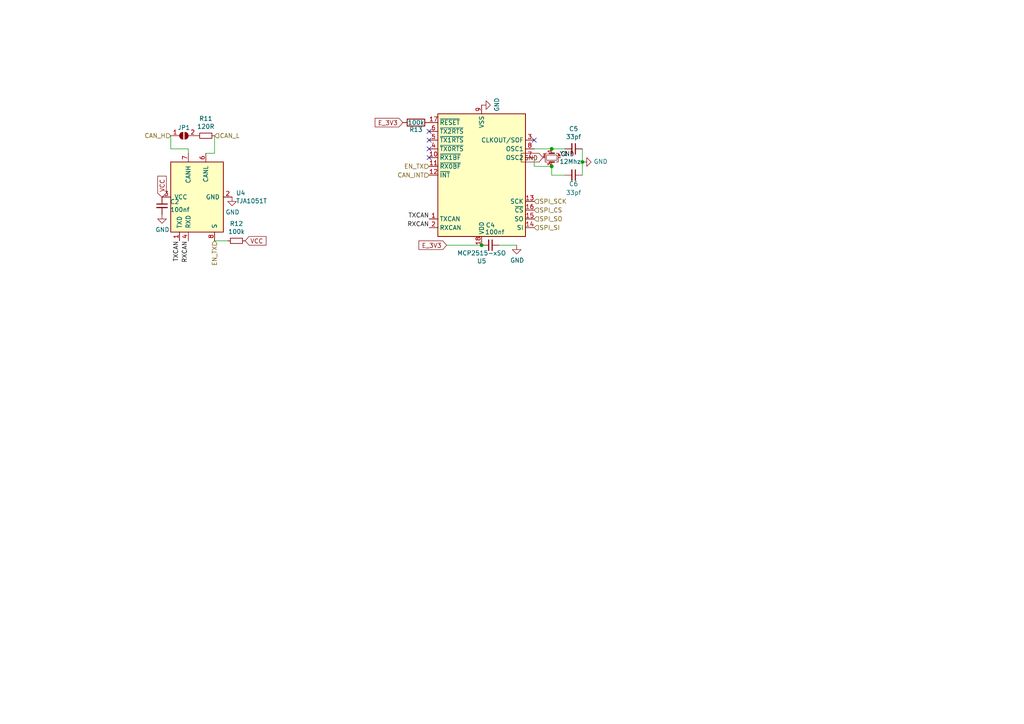
<source format=kicad_sch>
(kicad_sch (version 20211123) (generator eeschema)
  (paper "A4")
  (lib_symbols
    (symbol "Device:C_Small" (pin_numbers hide) (pin_names (offset 0.254) hide)
      (property "Reference" "C" (at 0.254 1.778 0))
      (property "Value" "C_Small" (at 0.254 -2.032 0))
      (symbol "C_Small_0_1"
        (polyline (pts (xy -1.524 -0.508) (xy 1.524 -0.508)) (stroke (width 0.3302)))
        (polyline (pts (xy -1.524 0.508) (xy 1.524 0.508)) (stroke (width 0.3048)))
      )
      (symbol "C_Small_1_1"
        (pin passive line (at 0 2.54 270) (length 2.032) (name "~") (number "1"))
        (pin passive line (at 0 -2.54 90) (length 2.032) (name "~") (number "2"))
      )
    )
    (symbol "Device:Crystal_GND24_Small" (pin_names (offset 1.016) hide)
      (property "Reference" "Y" (at 1.27 4.445 0))
      (property "Value" "Crystal_GND24_Small" (at 1.27 2.54 0))
      (symbol "Crystal_GND24_Small_0_1"
        (rectangle (start -0.762 -1.524) (end 0.762 1.524))
        (polyline (pts (xy -1.27 -0.762) (xy -1.27 0.762)) (stroke (width 0.381)))
        (polyline (pts (xy 1.27 -0.762) (xy 1.27 0.762)) (stroke (width 0.381)))
        (polyline (pts (xy -1.27 -1.27) (xy -1.27 -1.905) (xy 1.27 -1.905) (xy 1.27 -1.27)))
        (polyline (pts (xy -1.27 1.27) (xy -1.27 1.905) (xy 1.27 1.905) (xy 1.27 1.27)))
      )
      (symbol "Crystal_GND24_Small_1_1"
        (pin passive line (at -2.54 0 0) (length 1.27) (name "1") (number "1"))
        (pin passive line (at 0 -2.54 90) (length 0.635) (name "2") (number "2"))
        (pin passive line (at 2.54 0 180) (length 1.27) (name "3") (number "3"))
        (pin passive line (at 0 2.54 270) (length 0.635) (name "4") (number "4"))
      )
    )
    (symbol "Device:R" (pin_numbers hide) (pin_names (offset 0))
      (property "Reference" "R" (at 2.032 0 90))
      (property "Value" "R" (at 0 0 90))
      (symbol "R_0_1"
        (rectangle (start -1.016 -2.54) (end 1.016 2.54) (stroke (width 0.254)))
      )
      (symbol "R_1_1"
        (pin passive line (at 0 3.81 270) (length 1.27) (name "~") (number "1"))
        (pin passive line (at 0 -3.81 90) (length 1.27) (name "~") (number "2"))
      )
    )
    (symbol "Device:R_Small" (pin_numbers hide) (pin_names (offset 0.254) hide)
      (property "Reference" "R" (at 0.762 0.508 0))
      (property "Value" "R_Small" (at 0.762 -1.016 0))
      (symbol "R_Small_0_1"
        (rectangle (start -0.762 1.778) (end 0.762 -1.778) (stroke (width 0.2032)))
      )
      (symbol "R_Small_1_1"
        (pin passive line (at 0 2.54 270) (length 0.762) (name "~") (number "1"))
        (pin passive line (at 0 -2.54 90) (length 0.762) (name "~") (number "2"))
      )
    )
    (symbol "Interface_CAN_LIN:MCP2515-xSO"
      (property "Reference" "U" (at -10.16 19.685 0))
      (property "Value" "MCP2515-xSO" (at 19.05 20.32 0))
      (symbol "MCP2515-xSO_0_1"
        (rectangle (start -12.7 17.78) (end 12.7 -17.78) (stroke (width 0.254)) (fill (type background)))
      )
      (symbol "MCP2515-xSO_1_1"
        (pin output line (at 15.24 12.7 180) (length 2.54) (name "TXCAN") (number "1"))
        (pin output line (at 15.24 -5.08 180) (length 2.54) (name "~{RX1BF}") (number "10"))
        (pin output line (at 15.24 -2.54 180) (length 2.54) (name "~{RX0BF}") (number "11"))
        (pin output line (at 15.24 0 180) (length 2.54) (name "~{INT}") (number "12"))
        (pin input line (at -15.24 7.62 0) (length 2.54) (name "SCK") (number "13"))
        (pin input line (at -15.24 15.24 0) (length 2.54) (name "SI") (number "14"))
        (pin output line (at -15.24 12.7 0) (length 2.54) (name "SO") (number "15"))
        (pin input line (at -15.24 10.16 0) (length 2.54) (name "~{CS}") (number "16"))
        (pin input line (at 15.24 -15.24 180) (length 2.54) (name "~{RESET}") (number "17"))
        (pin power_in line (at 0 20.32 270) (length 2.54) (name "VDD") (number "18"))
        (pin input line (at 15.24 15.24 180) (length 2.54) (name "RXCAN") (number "2"))
        (pin output line (at -15.24 -10.16 0) (length 2.54) (name "CLKOUT/SOF") (number "3"))
        (pin input line (at 15.24 -7.62 180) (length 2.54) (name "~{TX0RTS}") (number "4"))
        (pin input line (at 15.24 -10.16 180) (length 2.54) (name "~{TX1RTS}") (number "5"))
        (pin input line (at 15.24 -12.7 180) (length 2.54) (name "~{TX2RTS}") (number "6"))
        (pin output line (at -15.24 -5.08 0) (length 2.54) (name "OSC2") (number "7"))
        (pin input line (at -15.24 -7.62 0) (length 2.54) (name "OSC1") (number "8"))
        (pin power_in line (at 0 -20.32 90) (length 2.54) (name "VSS") (number "9"))
      )
    )
    (symbol "Interface_CAN_LIN:TJA1051T" (pin_names (offset 1.016))
      (property "Reference" "U" (at -10.16 8.89 0))
      (property "Value" "TJA1051T" (at 1.27 8.89 0))
      (symbol "TJA1051T_0_1"
        (rectangle (start -10.16 7.62) (end 10.16 -7.62) (stroke (width 0.254)) (fill (type background)))
      )
      (symbol "TJA1051T_1_1"
        (pin input line (at -12.7 5.08 0) (length 2.54) (name "TXD") (number "1"))
        (pin power_in line (at 0 -10.16 90) (length 2.54) (name "GND") (number "2"))
        (pin power_in line (at 0 10.16 270) (length 2.54) (name "VCC") (number "3"))
        (pin output line (at -12.7 2.54 0) (length 2.54) (name "RXD") (number "4"))
        (pin no_connect line (at -12.7 -2.54 0) (length 2.54) hide (name "n.c.") (number "5"))
        (pin bidirectional line (at 12.7 -2.54 180) (length 2.54) (name "CANL") (number "6"))
        (pin bidirectional line (at 12.7 2.54 180) (length 2.54) (name "CANH") (number "7"))
        (pin input line (at -12.7 -5.08 0) (length 2.54) (name "S") (number "8"))
      )
    )
    (symbol "Jumper:SolderJumper_2_Open" (pin_names (offset 0) hide)
      (property "Reference" "JP" (at 0 2.032 0))
      (property "Value" "SolderJumper_2_Open" (at 0 -2.54 0))
      (symbol "SolderJumper_2_Open_0_1"
        (arc (start -0.254 1.016) (mid -1.27 0) (end -0.254 -1.016))
        (arc (start -0.254 1.016) (mid -1.27 0) (end -0.254 -1.016) (fill (type outline)))
        (polyline (pts (xy -0.254 1.016) (xy -0.254 -1.016)))
        (polyline (pts (xy 0.254 1.016) (xy 0.254 -1.016)))
        (arc (start 0.254 -1.016) (mid 1.27 0) (end 0.254 1.016))
        (arc (start 0.254 -1.016) (mid 1.27 0) (end 0.254 1.016) (fill (type outline)))
      )
      (symbol "SolderJumper_2_Open_1_1"
        (pin passive line (at -3.81 0 0) (length 2.54) (name "A") (number "1"))
        (pin passive line (at 3.81 0 180) (length 2.54) (name "B") (number "2"))
      )
    )
    (symbol "power:GND" (power) (pin_names (offset 0))
      (property "Value" "GND" (at 0 -3.81 0))
      (symbol "GND_0_1"
        (polyline (pts (xy 0 0) (xy 0 -1.27) (xy 1.27 -1.27) (xy 0 -2.54) (xy -1.27 -1.27) (xy 0 -1.27)))
      )
      (symbol "GND_1_1"
        (pin power_in line (at 0 0 270) (length 0) hide (name "GND") (number "1"))
      )
    )
  )
  (junction (at 168.91 46.99))
  (junction (at 160.02 43.18))
  (junction (at 160.02 48.26))
  (junction (at 139.7 71.12))
  (no_connect (at 124.46 38.1))
  (no_connect (at 154.94 40.64))
  (no_connect (at 124.46 45.72))
  (no_connect (at 124.46 43.18))
  (no_connect (at 124.46 40.64))
  (wire (pts (xy 154.94 45.72) (xy 154.94 48.26)))
  (wire (pts (xy 49.53 43.18) (xy 49.53 39.37)))
  (wire (pts (xy 149.86 71.12) (xy 144.78 71.12)))
  (wire (pts (xy 129.54 71.12) (xy 139.7 71.12)))
  (wire (pts (xy 154.94 43.18) (xy 160.02 43.18)))
  (wire (pts (xy 160.02 48.26) (xy 160.02 50.8)))
  (wire (pts (xy 160.02 50.8) (xy 163.83 50.8)))
  (wire (pts (xy 62.23 44.45) (xy 59.69 44.45)))
  (wire (pts (xy 168.91 46.99) (xy 168.91 50.8)))
  (wire (pts (xy 154.94 48.26) (xy 160.02 48.26)))
  (wire (pts (xy 54.61 44.45) (xy 54.61 43.18)))
  (wire (pts (xy 62.23 44.45) (xy 62.23 39.37)))
  (wire (pts (xy 160.02 43.18) (xy 163.83 43.18)))
  (wire (pts (xy 66.04 69.85) (xy 62.23 69.85)))
  (wire (pts (xy 49.53 43.18) (xy 54.61 43.18)))
  (wire (pts (xy 168.91 43.18) (xy 168.91 46.99)))
  (label "RXCAN" (at 54.61 69.85 270))
  (label "TXCAN" (at 52.07 69.85 270))
  (label "GND" (at 162.56 45.72 0))
  (label "TXCAN" (at 124.46 63.5 180))
  (label "RXCAN" (at 124.46 66.04 180))
  (global_label "GND" (shape input) (at 157.48 45.72 180) (property "Intersheet References" "${INTERSHEET_REFS}" (effects hide)))
  (global_label "E_3V3" (shape input) (at 116.84 35.56 180) (property "Intersheet References" "${INTERSHEET_REFS}" (effects hide)))
  (global_label "VCC" (shape input) (at 71.12 69.85 0) (property "Intersheet References" "${INTERSHEET_REFS}" (effects hide)))
  (global_label "VCC" (shape input) (at 46.99 57.15 90) (property "Intersheet References" "${INTERSHEET_REFS}" (effects hide)))
  (global_label "E_3V3" (shape input) (at 129.54 71.12 180) (property "Intersheet References" "${INTERSHEET_REFS}" (effects hide)))
  (hierarchical_label "SPI_SI" (shape input) (at 154.94 66.04 0))
  (hierarchical_label "CAN_INT" (shape input) (at 124.46 50.8 180))
  (hierarchical_label "SPI_CS" (shape input) (at 154.94 60.96 0))
  (hierarchical_label "CAN_H" (shape input) (at 49.53 39.37 180))
  (hierarchical_label "EN_TX" (shape input) (at 62.23 69.85 270))
  (hierarchical_label "EN_TX" (shape input) (at 124.46 48.26 180))
  (hierarchical_label "SPI_SCK" (shape input) (at 154.94 58.42 0))
  (hierarchical_label "SPI_SO" (shape input) (at 154.94 63.5 0))
  (hierarchical_label "CAN_L" (shape input) (at 62.23 39.37 0))
  (symbol (lib_id "Jumper:SolderJumper_2_Open") (at 53.34 39.37 0)
    (property "Reference" "JP1" (at 53.34 37.0078 0))
    (property "Value" "Jumper_NO_Small" (effects hide))
    (property "Footprint" "Jumper:SolderJumper-2_P1.3mm_Open_RoundedPad1.0x1.5mm" (effects hide))
  )
  (symbol (lib_id "Device:C_Small") (at 142.24 71.12 270)
    (property "Reference" "C4" (at 142.24 65.3034 90))
    (property "Value" "100nf" (at 143.51 67.31 90))
    (property "Footprint" "Capacitor_SMD:C_0402_1005Metric" (effects hide))
    (property "Datasheet" "https://datasheet.lcsc.com/szlcsc/Samsung-Electro-Mechanics-CL05B104KO5NNNC_C1525.pdf" (effects hide))
    (property "LCSC" "C1525" (effects hide))
  )
  (symbol (lib_id "power:GND") (at 168.91 46.99 90)
    (property "Reference" "#PWR?" (effects hide))
    (property "Value" "GND" (at 172.1612 46.863 90) (effects (justify right)))
  )
  (symbol (lib_id "power:GND") (at 139.7 30.48 90)
    (property "Reference" "#PWR?" (effects hide))
    (property "Value" "GND" (at 144.0942 30.353 0))
  )
  (symbol (lib_id "Device:C_Small") (at 46.99 59.69 0)
    (property "Reference" "C2" (at 49.3268 58.5216 0) (effects (justify left)))
    (property "Value" "100nf" (at 49.3268 60.833 0) (effects (justify left)))
    (property "Footprint" "Capacitor_SMD:C_0402_1005Metric" (effects hide))
    (property "Datasheet" "https://datasheet.lcsc.com/szlcsc/Samsung-Electro-Mechanics-CL05B104KO5NNNC_C1525.pdf" (effects hide))
    (property "LCSC" "C1525" (effects hide))
  )
  (symbol (lib_id "power:GND") (at 46.99 62.23 0)
    (property "Reference" "#PWR?" (effects hide))
    (property "Value" "GND" (at 47.117 66.6242 0))
  )
  (symbol (lib_id "Device:R_Small") (at 68.58 69.85 90)
    (property "Reference" "R12" (at 68.58 64.8716 90))
    (property "Value" "100k" (at 68.58 67.183 90))
    (property "Footprint" "Resistor_SMD:R_0402_1005Metric" (effects hide))
    (property "LCSC" "C25741" (effects hide))
  )
  (symbol (lib_id "Device:R_Small") (at 59.69 39.37 270)
    (property "Reference" "R11" (at 59.69 34.3916 90))
    (property "Value" "120R" (at 59.69 36.703 90))
    (property "Footprint" "Resistor_SMD:R_0402_1005Metric" (effects hide))
    (property "LCSC" "C25079" (effects hide))
  )
  (symbol (lib_id "Device:C_Small") (at 166.37 50.8 270)
    (property "Reference" "C6" (at 166.37 53.34 90))
    (property "Value" "33pf" (at 166.37 55.88 90))
    (property "Footprint" "Capacitor_SMD:C_0402_1005Metric" (effects hide))
    (property "Datasheet" "https://datasheet.lcsc.com/szlcsc/Guangdong-Fenghua-Advanced-Tech-0402CG330J500NT_C1562.pdf" (effects hide))
    (property "LCSC" "C1562" (effects hide))
  )
  (symbol (lib_id "power:GND") (at 67.31 57.15 0)
    (property "Reference" "#PWR?" (effects hide))
    (property "Value" "GND" (at 67.437 61.5442 0))
  )
  (symbol (lib_id "Device:R") (at 120.65 35.56 270)
    (property "Reference" "R13" (at 120.65 37.592 90))
    (property "Value" "100k" (at 120.65 35.56 90))
    (property "Footprint" "Resistor_SMD:R_0402_1005Metric" (effects hide))
    (property "LCSC" "C25741" (effects hide))
  )
  (symbol (lib_id "Device:Crystal_GND24_Small") (at 160.02 45.72 270)
    (property "Reference" "Y1" (at 162.2552 44.5516 90) (effects (justify left)))
    (property "Value" "12Mhz" (at 162.2552 46.863 90) (effects (justify left)))
    (property "Footprint" "Crystal:Crystal_SMD_3225-4Pin_3.2x2.5mm" (effects hide))
    (property "Datasheet" "https://datasheet.lcsc.com/szlcsc/Yangxing-Tech-X322512MSB4SI_C9002.pdf" (effects hide))
    (property "LCSC" "C9002" (effects hide))
  )
  (symbol (lib_id "power:GND") (at 149.86 71.12 0)
    (property "Reference" "#PWR?" (effects hide))
    (property "Value" "GND" (at 149.987 75.5142 0))
  )
  (symbol (lib_id "Interface_CAN_LIN:TJA1051T") (at 57.15 57.15 90)
    (property "Reference" "U4" (at 68.4276 55.9816 90) (effects (justify right)))
    (property "Value" "TJA1051T" (at 68.4276 58.293 90) (effects (justify right)))
    (property "Footprint" "Package_SO:SOIC-8_3.9x4.9mm_P1.27mm" (effects hide))
    (property "Datasheet" "http://www.nxp.com/documents/data_sheet/TJA1051.pdf" (effects hide))
    (property "LCSC" "C6952" (effects hide))
  )
  (symbol (lib_id "Device:C_Small") (at 166.37 43.18 270)
    (property "Reference" "C5" (at 166.37 37.3634 90))
    (property "Value" "33pf" (at 166.37 39.6748 90))
    (property "Footprint" "Capacitor_SMD:C_0402_1005Metric" (effects hide))
    (property "Datasheet" "https://datasheet.lcsc.com/szlcsc/Guangdong-Fenghua-Advanced-Tech-0402CG330J500NT_C1562.pdf" (effects hide))
    (property "LCSC" "C1562" (effects hide))
  )
  (symbol (lib_id "Interface_CAN_LIN:MCP2515-xSO") (at 139.7 50.8 180)
    (property "Reference" "U5" (at 139.7 75.7174 0))
    (property "Value" "MCP2515-xSO" (at 139.7 73.406 0))
    (property "Footprint" "Package_SO:SOIC-18W_7.5x11.6mm_P1.27mm" (effects hide))
    (property "Datasheet" "https://ww1.microchip.com/downloads/aemDocuments/documents/APID/ProductDocuments/DataSheets/MCP2515-Family-Data-Sheet-DS20001801K.pdf" (effects hide))
    (property "LCSC" "C153782" (effects hide))
  )
)
</source>
